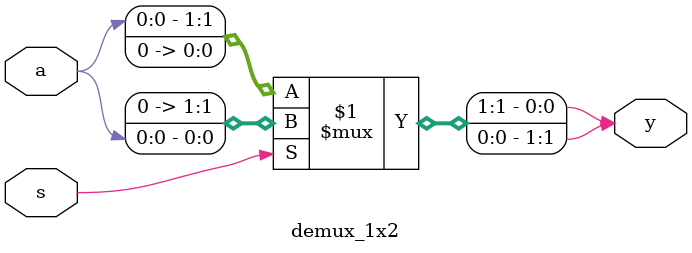
<source format=v>
`timescale 1ns / 1ps

module demux_1x16(a,s,y);
input a;
input [3:0]s;
output [15:0]y;
wire [3:0]p;
demux_1x4 u0(a,s[1:0],p[3:0]);

demux_1x4 u1(p[0],s[3:2],y[3:0]);
demux_1x4 u2(p[1],s[3:2],y[7:4]);
demux_1x4 u3(p[2],s[3:2],y[11:8]);
demux_1x4 u4(p[3],s[3:2],y[15:12]);
endmodule

module demux_1x4(a,s,y);
input a;
input [1:0]s;
output [3:0]y;
wire [1:0]p;
demux_1x2 u0(a,s[0],p[1:0]);

demux_1x2 u1(p[0],s[1],y[1:0]);
demux_1x2 u2(p[1],s[1],y[3:2]);
endmodule

module demux_1x2(a,s,y);
input a,s;
output [1:0]y;
assign {y[0],y[1]} = s ? {1'b0,a} : {a,1'b0} ;
endmodule

</source>
